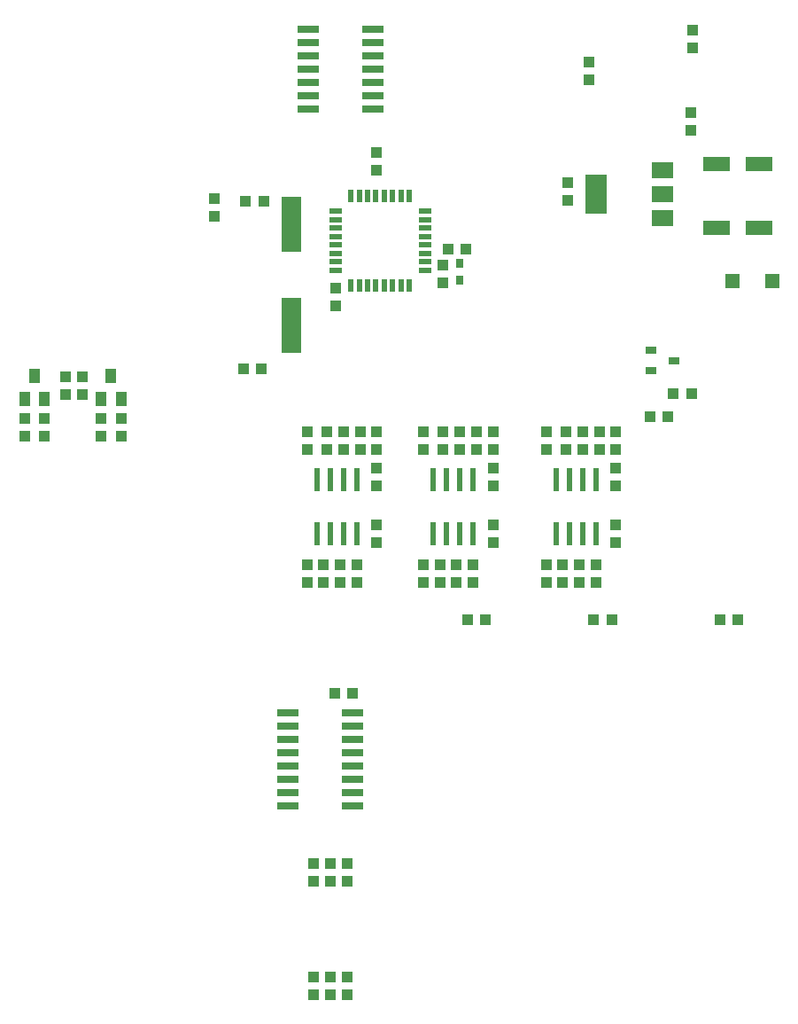
<source format=gbr>
G04 EAGLE Gerber RS-274X export*
G75*
%MOMM*%
%FSLAX34Y34*%
%LPD*%
%INSolderpaste Top*%
%IPPOS*%
%AMOC8*
5,1,8,0,0,1.08239X$1,22.5*%
G01*
%ADD10R,1.000000X1.100000*%
%ADD11R,1.100000X1.000000*%
%ADD12R,1.000000X1.400000*%
%ADD13R,1.930400X5.334000*%
%ADD14R,2.600000X1.400000*%
%ADD15R,0.600000X2.200000*%
%ADD16R,1.270000X0.558800*%
%ADD17R,0.558800X1.270000*%
%ADD18R,2.032000X0.660400*%
%ADD19R,0.700000X0.850000*%
%ADD20R,1.000000X0.700000*%
%ADD21R,1.400000X1.400000*%
%ADD22R,2.006600X1.498600*%
%ADD23R,2.006600X3.810000*%


D10*
X344805Y754625D03*
X344805Y737625D03*
D11*
X333375Y491100D03*
X333375Y474100D03*
X349250Y474100D03*
X349250Y491100D03*
D12*
X57150Y671400D03*
X66650Y649400D03*
X47650Y649400D03*
D11*
X86995Y670170D03*
X86995Y653170D03*
D10*
X546100Y601100D03*
X546100Y618100D03*
X447675Y776850D03*
X447675Y759850D03*
D11*
X384175Y867800D03*
X384175Y884800D03*
D13*
X302895Y719455D03*
X302895Y815975D03*
D11*
X258835Y838200D03*
X275835Y838200D03*
X256930Y678180D03*
X273930Y678180D03*
X47625Y630800D03*
X47625Y613800D03*
D12*
X130175Y671400D03*
X139675Y649400D03*
X120675Y649400D03*
D11*
X102870Y670170D03*
X102870Y653170D03*
X120650Y630800D03*
X120650Y613800D03*
X228600Y840350D03*
X228600Y823350D03*
D10*
X712225Y438150D03*
X729225Y438150D03*
X591575Y438150D03*
X608575Y438150D03*
X470925Y438150D03*
X487925Y438150D03*
D14*
X749480Y873760D03*
X708480Y873760D03*
D11*
X66675Y613800D03*
X66675Y630800D03*
X139700Y613800D03*
X139700Y630800D03*
D15*
X450850Y520100D03*
X450850Y572100D03*
X438150Y520100D03*
X463550Y520100D03*
X476250Y520100D03*
X438150Y572100D03*
X463550Y572100D03*
X476250Y572100D03*
D11*
X360925Y368300D03*
X343925Y368300D03*
D10*
X317500Y491100D03*
X317500Y474100D03*
D11*
X365125Y474100D03*
X365125Y491100D03*
X384175Y529200D03*
X384175Y512200D03*
X352425Y601100D03*
X352425Y618100D03*
X368300Y618100D03*
X368300Y601100D03*
D10*
X336550Y601100D03*
X336550Y618100D03*
D11*
X384175Y618100D03*
X384175Y601100D03*
X384175Y566175D03*
X384175Y583175D03*
D15*
X339725Y520100D03*
X339725Y572100D03*
X327025Y520100D03*
X352425Y520100D03*
X365125Y520100D03*
X327025Y572100D03*
X352425Y572100D03*
X365125Y572100D03*
D11*
X444500Y491100D03*
X444500Y474100D03*
X476250Y474100D03*
X476250Y491100D03*
D10*
X428625Y491100D03*
X428625Y474100D03*
D11*
X460375Y474100D03*
X460375Y491100D03*
X495300Y529200D03*
X495300Y512200D03*
X463550Y601100D03*
X463550Y618100D03*
X479425Y618100D03*
X479425Y601100D03*
D15*
X568325Y520100D03*
X568325Y572100D03*
X555625Y520100D03*
X581025Y520100D03*
X593725Y520100D03*
X555625Y572100D03*
X581025Y572100D03*
X593725Y572100D03*
D10*
X447675Y601100D03*
X447675Y618100D03*
D11*
X495300Y618100D03*
X495300Y601100D03*
X495300Y566175D03*
X495300Y583175D03*
X561975Y491100D03*
X561975Y474100D03*
X593725Y474100D03*
X593725Y491100D03*
D10*
X546100Y491100D03*
X546100Y474100D03*
D11*
X577850Y474100D03*
X577850Y491100D03*
X612775Y529200D03*
X612775Y512200D03*
X581025Y601100D03*
X581025Y618100D03*
X596900Y618100D03*
X596900Y601100D03*
D10*
X565150Y601100D03*
X565150Y618100D03*
D11*
X612775Y618100D03*
X612775Y601100D03*
X612775Y566175D03*
X612775Y583175D03*
X355600Y205350D03*
X355600Y188350D03*
X339725Y205350D03*
X339725Y188350D03*
X323850Y205350D03*
X323850Y188350D03*
X355600Y97400D03*
X355600Y80400D03*
X339725Y97400D03*
X339725Y80400D03*
X323850Y97400D03*
X323850Y80400D03*
D16*
X344424Y828100D03*
X344424Y820100D03*
X344424Y812100D03*
X344424Y804100D03*
X344424Y796100D03*
X344424Y788100D03*
X344424Y780100D03*
X344424Y772100D03*
D17*
X359350Y757174D03*
X367350Y757174D03*
X375350Y757174D03*
X383350Y757174D03*
X391350Y757174D03*
X399350Y757174D03*
X407350Y757174D03*
X415350Y757174D03*
D16*
X430276Y772100D03*
X430276Y780100D03*
X430276Y788100D03*
X430276Y796100D03*
X430276Y804100D03*
X430276Y812100D03*
X430276Y820100D03*
X430276Y828100D03*
D17*
X415350Y843026D03*
X407350Y843026D03*
X399350Y843026D03*
X391350Y843026D03*
X383350Y843026D03*
X375350Y843026D03*
X367350Y843026D03*
X359350Y843026D03*
D11*
X452510Y792480D03*
X469510Y792480D03*
D18*
X299466Y349250D03*
X360934Y349250D03*
X299466Y336550D03*
X299466Y323850D03*
X360934Y336550D03*
X360934Y323850D03*
X299466Y311150D03*
X360934Y311150D03*
X299466Y298450D03*
X360934Y298450D03*
X299466Y285750D03*
X299466Y273050D03*
X360934Y285750D03*
X360934Y273050D03*
X299466Y260350D03*
X360934Y260350D03*
D10*
X428625Y601100D03*
X428625Y618100D03*
X317500Y601100D03*
X317500Y618100D03*
D19*
X463550Y762525D03*
X463550Y778525D03*
D20*
X668225Y685800D03*
X646225Y676300D03*
X646225Y695300D03*
D10*
X684775Y654050D03*
X667775Y654050D03*
D11*
X645550Y631825D03*
X662550Y631825D03*
D10*
X567055Y855590D03*
X567055Y838590D03*
D21*
X723950Y762000D03*
X761950Y762000D03*
D22*
X656971Y821944D03*
X656971Y844804D03*
X656971Y867664D03*
D23*
X593979Y844550D03*
D14*
X749480Y812800D03*
X708480Y812800D03*
D11*
X685800Y1001640D03*
X685800Y984640D03*
X586740Y971160D03*
X586740Y954160D03*
D18*
X379984Y925830D03*
X318516Y925830D03*
X379984Y938530D03*
X379984Y951230D03*
X318516Y938530D03*
X318516Y951230D03*
X379984Y963930D03*
X318516Y963930D03*
X379984Y976630D03*
X379984Y989330D03*
X318516Y976630D03*
X318516Y989330D03*
X379984Y1002030D03*
X318516Y1002030D03*
D11*
X684530Y905900D03*
X684530Y922900D03*
M02*

</source>
